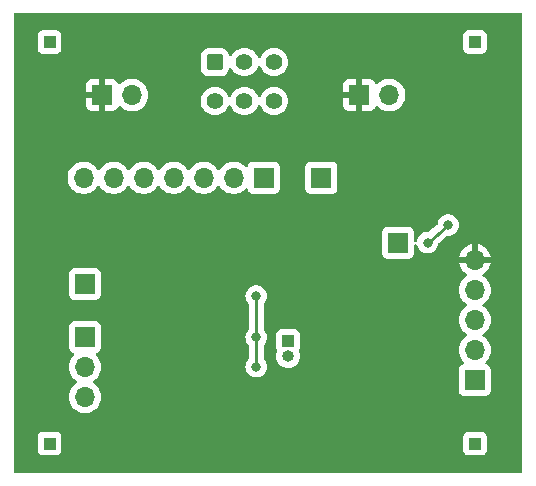
<source format=gbr>
G04 #@! TF.GenerationSoftware,KiCad,Pcbnew,8.0.02-1-dev-30dbafaf7c*
G04 #@! TF.CreationDate,2024-03-27T19:33:34-07:00*
G04 #@! TF.ProjectId,adpd1080_breakoutboard,61647064-3130-4383-905f-627265616b6f,rev?*
G04 #@! TF.SameCoordinates,Original*
G04 #@! TF.FileFunction,Copper,L2,Bot*
G04 #@! TF.FilePolarity,Positive*
%FSLAX46Y46*%
G04 Gerber Fmt 4.6, Leading zero omitted, Abs format (unit mm)*
G04 Created by KiCad (PCBNEW 8.0.02-1-dev-30dbafaf7c) date 2024-03-27 19:33:34*
%MOMM*%
%LPD*%
G01*
G04 APERTURE LIST*
G04 Aperture macros list*
%AMRoundRect*
0 Rectangle with rounded corners*
0 $1 Rounding radius*
0 $2 $3 $4 $5 $6 $7 $8 $9 X,Y pos of 4 corners*
0 Add a 4 corners polygon primitive as box body*
4,1,4,$2,$3,$4,$5,$6,$7,$8,$9,$2,$3,0*
0 Add four circle primitives for the rounded corners*
1,1,$1+$1,$2,$3*
1,1,$1+$1,$4,$5*
1,1,$1+$1,$6,$7*
1,1,$1+$1,$8,$9*
0 Add four rect primitives between the rounded corners*
20,1,$1+$1,$2,$3,$4,$5,0*
20,1,$1+$1,$4,$5,$6,$7,0*
20,1,$1+$1,$6,$7,$8,$9,0*
20,1,$1+$1,$8,$9,$2,$3,0*%
G04 Aperture macros list end*
G04 #@! TA.AperFunction,ComponentPad*
%ADD10R,1.700000X1.700000*%
G04 #@! TD*
G04 #@! TA.AperFunction,ComponentPad*
%ADD11R,1.000000X1.000000*%
G04 #@! TD*
G04 #@! TA.AperFunction,ComponentPad*
%ADD12O,1.700000X1.700000*%
G04 #@! TD*
G04 #@! TA.AperFunction,ComponentPad*
%ADD13RoundRect,0.250000X-0.450000X-0.450000X0.450000X-0.450000X0.450000X0.450000X-0.450000X0.450000X0*%
G04 #@! TD*
G04 #@! TA.AperFunction,ComponentPad*
%ADD14C,1.400000*%
G04 #@! TD*
G04 #@! TA.AperFunction,ComponentPad*
%ADD15O,1.000000X1.000000*%
G04 #@! TD*
G04 #@! TA.AperFunction,ViaPad*
%ADD16C,0.800000*%
G04 #@! TD*
G04 #@! TA.AperFunction,Conductor*
%ADD17C,0.250000*%
G04 #@! TD*
G04 APERTURE END LIST*
D10*
X52500000Y-39500000D03*
D11*
X59000000Y-22500000D03*
D10*
X59000000Y-51120000D03*
D12*
X59000000Y-48580000D03*
X59000000Y-46040000D03*
X59000000Y-43500000D03*
X59000000Y-40960000D03*
D10*
X46000000Y-34000000D03*
D13*
X37000000Y-24200000D03*
D14*
X39500000Y-24200000D03*
X42000000Y-24200000D03*
X42000000Y-27500000D03*
X39500000Y-27500000D03*
X37000000Y-27500000D03*
D10*
X26000000Y-47475000D03*
D12*
X26000000Y-50015000D03*
X26000000Y-52555000D03*
D10*
X41125000Y-34000000D03*
D12*
X38585000Y-34000000D03*
X36045000Y-34000000D03*
X33505000Y-34000000D03*
X30965000Y-34000000D03*
X28425000Y-34000000D03*
X25885000Y-34000000D03*
D11*
X23000000Y-56500000D03*
X59000000Y-56500000D03*
D10*
X26000000Y-43000000D03*
X49225000Y-27000000D03*
D12*
X51765000Y-27000000D03*
D11*
X23000000Y-22500000D03*
X43200000Y-47830000D03*
D15*
X43200000Y-49100000D03*
D10*
X27450000Y-27000000D03*
D12*
X29990000Y-27000000D03*
D16*
X56500000Y-31250000D03*
X43500000Y-40700000D03*
X43000000Y-51000000D03*
X54500000Y-53000000D03*
X35300000Y-48800000D03*
X45200000Y-44000000D03*
X56500000Y-25500000D03*
X50750000Y-35000000D03*
X53000000Y-30250000D03*
X56500000Y-28500000D03*
X39200000Y-43500000D03*
X55000000Y-39500000D03*
X56750000Y-38000000D03*
X40500000Y-47500000D03*
X40500000Y-44000000D03*
X40500000Y-50000000D03*
D17*
X56750000Y-38000000D02*
X55000000Y-39500000D01*
X40500000Y-44000000D02*
X40500000Y-47500000D01*
X40500000Y-50000000D02*
X40500000Y-47500000D01*
G04 #@! TA.AperFunction,Conductor*
G36*
X62931621Y-20030502D02*
G01*
X62978114Y-20084158D01*
X62989500Y-20136500D01*
X62989500Y-58863500D01*
X62969498Y-58931621D01*
X62915842Y-58978114D01*
X62863500Y-58989500D01*
X20136500Y-58989500D01*
X20068379Y-58969498D01*
X20021886Y-58915842D01*
X20010500Y-58863500D01*
X20010500Y-57048649D01*
X21991500Y-57048649D01*
X21998009Y-57109196D01*
X21998011Y-57109204D01*
X22049110Y-57246202D01*
X22049112Y-57246207D01*
X22136738Y-57363261D01*
X22253792Y-57450887D01*
X22253794Y-57450888D01*
X22253796Y-57450889D01*
X22312875Y-57472924D01*
X22390795Y-57501988D01*
X22390803Y-57501990D01*
X22451350Y-57508499D01*
X22451355Y-57508499D01*
X22451362Y-57508500D01*
X22451368Y-57508500D01*
X23548632Y-57508500D01*
X23548638Y-57508500D01*
X23548645Y-57508499D01*
X23548649Y-57508499D01*
X23609196Y-57501990D01*
X23609199Y-57501989D01*
X23609201Y-57501989D01*
X23746204Y-57450889D01*
X23863261Y-57363261D01*
X23950889Y-57246204D01*
X24001989Y-57109201D01*
X24008499Y-57048649D01*
X57991500Y-57048649D01*
X57998009Y-57109196D01*
X57998011Y-57109204D01*
X58049110Y-57246202D01*
X58049112Y-57246207D01*
X58136738Y-57363261D01*
X58253792Y-57450887D01*
X58253794Y-57450888D01*
X58253796Y-57450889D01*
X58312875Y-57472924D01*
X58390795Y-57501988D01*
X58390803Y-57501990D01*
X58451350Y-57508499D01*
X58451355Y-57508499D01*
X58451362Y-57508500D01*
X58451368Y-57508500D01*
X59548632Y-57508500D01*
X59548638Y-57508500D01*
X59548645Y-57508499D01*
X59548649Y-57508499D01*
X59609196Y-57501990D01*
X59609199Y-57501989D01*
X59609201Y-57501989D01*
X59746204Y-57450889D01*
X59863261Y-57363261D01*
X59950889Y-57246204D01*
X60001989Y-57109201D01*
X60008500Y-57048638D01*
X60008500Y-55951362D01*
X60008499Y-55951350D01*
X60001990Y-55890803D01*
X60001988Y-55890795D01*
X59950889Y-55753797D01*
X59950887Y-55753792D01*
X59863261Y-55636738D01*
X59746207Y-55549112D01*
X59746202Y-55549110D01*
X59609204Y-55498011D01*
X59609196Y-55498009D01*
X59548649Y-55491500D01*
X59548638Y-55491500D01*
X58451362Y-55491500D01*
X58451350Y-55491500D01*
X58390803Y-55498009D01*
X58390795Y-55498011D01*
X58253797Y-55549110D01*
X58253792Y-55549112D01*
X58136738Y-55636738D01*
X58049112Y-55753792D01*
X58049110Y-55753797D01*
X57998011Y-55890795D01*
X57998009Y-55890803D01*
X57991500Y-55951350D01*
X57991500Y-57048649D01*
X24008499Y-57048649D01*
X24008500Y-57048638D01*
X24008500Y-55951362D01*
X24008499Y-55951350D01*
X24001990Y-55890803D01*
X24001988Y-55890795D01*
X23950889Y-55753797D01*
X23950887Y-55753792D01*
X23863261Y-55636738D01*
X23746207Y-55549112D01*
X23746202Y-55549110D01*
X23609204Y-55498011D01*
X23609196Y-55498009D01*
X23548649Y-55491500D01*
X23548638Y-55491500D01*
X22451362Y-55491500D01*
X22451350Y-55491500D01*
X22390803Y-55498009D01*
X22390795Y-55498011D01*
X22253797Y-55549110D01*
X22253792Y-55549112D01*
X22136738Y-55636738D01*
X22049112Y-55753792D01*
X22049110Y-55753797D01*
X21998011Y-55890795D01*
X21998009Y-55890803D01*
X21991500Y-55951350D01*
X21991500Y-57048649D01*
X20010500Y-57048649D01*
X20010500Y-52555000D01*
X24636844Y-52555000D01*
X24655437Y-52779375D01*
X24710702Y-52997612D01*
X24710703Y-52997613D01*
X24801141Y-53203793D01*
X24924275Y-53392265D01*
X24924279Y-53392270D01*
X25076762Y-53557908D01*
X25131331Y-53600381D01*
X25254424Y-53696189D01*
X25452426Y-53803342D01*
X25452427Y-53803342D01*
X25452428Y-53803343D01*
X25564227Y-53841723D01*
X25665365Y-53876444D01*
X25887431Y-53913500D01*
X25887435Y-53913500D01*
X26112565Y-53913500D01*
X26112569Y-53913500D01*
X26334635Y-53876444D01*
X26547574Y-53803342D01*
X26745576Y-53696189D01*
X26923240Y-53557906D01*
X27075722Y-53392268D01*
X27198860Y-53203791D01*
X27289296Y-52997616D01*
X27344564Y-52779368D01*
X27363156Y-52555000D01*
X27344564Y-52330632D01*
X27289296Y-52112384D01*
X27198860Y-51906209D01*
X27192140Y-51895924D01*
X27075724Y-51717734D01*
X27075720Y-51717729D01*
X26923237Y-51552091D01*
X26841382Y-51488381D01*
X26745576Y-51413811D01*
X26712319Y-51395813D01*
X26661929Y-51345802D01*
X26646576Y-51276485D01*
X26671136Y-51209872D01*
X26712320Y-51174186D01*
X26745576Y-51156189D01*
X26923240Y-51017906D01*
X27075722Y-50852268D01*
X27198860Y-50663791D01*
X27289296Y-50457616D01*
X27344564Y-50239368D01*
X27363156Y-50015000D01*
X27361913Y-50000000D01*
X39586496Y-50000000D01*
X39606457Y-50189927D01*
X39616673Y-50221367D01*
X39665473Y-50371556D01*
X39665476Y-50371561D01*
X39760958Y-50536941D01*
X39760965Y-50536951D01*
X39888744Y-50678864D01*
X39888747Y-50678866D01*
X40043248Y-50791118D01*
X40217712Y-50868794D01*
X40404513Y-50908500D01*
X40595487Y-50908500D01*
X40782288Y-50868794D01*
X40956752Y-50791118D01*
X41111253Y-50678866D01*
X41239040Y-50536944D01*
X41334527Y-50371556D01*
X41393542Y-50189928D01*
X41413504Y-50000000D01*
X41393542Y-49810072D01*
X41334527Y-49628444D01*
X41239040Y-49463056D01*
X41165863Y-49381784D01*
X41135146Y-49317776D01*
X41133500Y-49297474D01*
X41133500Y-49100003D01*
X42186620Y-49100003D01*
X42206090Y-49297694D01*
X42206091Y-49297700D01*
X42206092Y-49297701D01*
X42263759Y-49487804D01*
X42357405Y-49663004D01*
X42483432Y-49816568D01*
X42636996Y-49942595D01*
X42812196Y-50036241D01*
X43002299Y-50093908D01*
X43002303Y-50093908D01*
X43002305Y-50093909D01*
X43199997Y-50113380D01*
X43200000Y-50113380D01*
X43200003Y-50113380D01*
X43397694Y-50093909D01*
X43397695Y-50093908D01*
X43397701Y-50093908D01*
X43587804Y-50036241D01*
X43763004Y-49942595D01*
X43916568Y-49816568D01*
X44042595Y-49663004D01*
X44136241Y-49487804D01*
X44193908Y-49297701D01*
X44193931Y-49297474D01*
X44213380Y-49100003D01*
X44213380Y-49099996D01*
X44193909Y-48902305D01*
X44193908Y-48902303D01*
X44193908Y-48902299D01*
X44136241Y-48712196D01*
X44136240Y-48712194D01*
X44133873Y-48706479D01*
X44135797Y-48705681D01*
X44123259Y-48645494D01*
X44147985Y-48580082D01*
X44148046Y-48580000D01*
X57636844Y-48580000D01*
X57647798Y-48712196D01*
X57655437Y-48804375D01*
X57710702Y-49022612D01*
X57710703Y-49022613D01*
X57710704Y-49022616D01*
X57744649Y-49100003D01*
X57801141Y-49228793D01*
X57924275Y-49417265D01*
X57924280Y-49417270D01*
X58067475Y-49572820D01*
X58098896Y-49636485D01*
X58090909Y-49707031D01*
X58046051Y-49762060D01*
X58018807Y-49776213D01*
X57903797Y-49819110D01*
X57903792Y-49819112D01*
X57786738Y-49906738D01*
X57699112Y-50023792D01*
X57699110Y-50023797D01*
X57648011Y-50160795D01*
X57648009Y-50160803D01*
X57641500Y-50221350D01*
X57641500Y-52018649D01*
X57648009Y-52079196D01*
X57648011Y-52079204D01*
X57699110Y-52216202D01*
X57699112Y-52216207D01*
X57786738Y-52333261D01*
X57903792Y-52420887D01*
X57903794Y-52420888D01*
X57903796Y-52420889D01*
X57962875Y-52442924D01*
X58040795Y-52471988D01*
X58040803Y-52471990D01*
X58101350Y-52478499D01*
X58101355Y-52478499D01*
X58101362Y-52478500D01*
X58101368Y-52478500D01*
X59898632Y-52478500D01*
X59898638Y-52478500D01*
X59898645Y-52478499D01*
X59898649Y-52478499D01*
X59959196Y-52471990D01*
X59959199Y-52471989D01*
X59959201Y-52471989D01*
X60096204Y-52420889D01*
X60213261Y-52333261D01*
X60300889Y-52216204D01*
X60351989Y-52079201D01*
X60358500Y-52018638D01*
X60358500Y-50221362D01*
X60355121Y-50189928D01*
X60351990Y-50160803D01*
X60351988Y-50160795D01*
X60322924Y-50082875D01*
X60300889Y-50023796D01*
X60300888Y-50023794D01*
X60300887Y-50023792D01*
X60213261Y-49906738D01*
X60096207Y-49819112D01*
X60096203Y-49819110D01*
X59981192Y-49776213D01*
X59924356Y-49733667D01*
X59899546Y-49667146D01*
X59914638Y-49597772D01*
X59932525Y-49572820D01*
X60075714Y-49417277D01*
X60075724Y-49417265D01*
X60109082Y-49366206D01*
X60198860Y-49228791D01*
X60289296Y-49022616D01*
X60344564Y-48804368D01*
X60363156Y-48580000D01*
X60344564Y-48355632D01*
X60289296Y-48137384D01*
X60198860Y-47931209D01*
X60159887Y-47871556D01*
X60075724Y-47742734D01*
X60075720Y-47742729D01*
X59923237Y-47577091D01*
X59824191Y-47500000D01*
X59745576Y-47438811D01*
X59712319Y-47420813D01*
X59661929Y-47370802D01*
X59646576Y-47301485D01*
X59671136Y-47234872D01*
X59712320Y-47199186D01*
X59745576Y-47181189D01*
X59923240Y-47042906D01*
X60075722Y-46877268D01*
X60198860Y-46688791D01*
X60289296Y-46482616D01*
X60344564Y-46264368D01*
X60363156Y-46040000D01*
X60344564Y-45815632D01*
X60289296Y-45597384D01*
X60198860Y-45391209D01*
X60192140Y-45380924D01*
X60075724Y-45202734D01*
X60075720Y-45202729D01*
X59923237Y-45037091D01*
X59841382Y-44973381D01*
X59745576Y-44898811D01*
X59712319Y-44880813D01*
X59661929Y-44830802D01*
X59646576Y-44761485D01*
X59671136Y-44694872D01*
X59712320Y-44659186D01*
X59721611Y-44654158D01*
X59745576Y-44641189D01*
X59923240Y-44502906D01*
X60075722Y-44337268D01*
X60198860Y-44148791D01*
X60289296Y-43942616D01*
X60344564Y-43724368D01*
X60363156Y-43500000D01*
X60344564Y-43275632D01*
X60307990Y-43131206D01*
X60289297Y-43057387D01*
X60289296Y-43057386D01*
X60289296Y-43057384D01*
X60198860Y-42851209D01*
X60192140Y-42840924D01*
X60075724Y-42662734D01*
X60075720Y-42662729D01*
X59923237Y-42497091D01*
X59841382Y-42433381D01*
X59745576Y-42358811D01*
X59711792Y-42340528D01*
X59661402Y-42290516D01*
X59646050Y-42221199D01*
X59670610Y-42154586D01*
X59711793Y-42118901D01*
X59745300Y-42100767D01*
X59745301Y-42100767D01*
X59922902Y-41962534D01*
X60075325Y-41796958D01*
X60198419Y-41608548D01*
X60288820Y-41402456D01*
X60288823Y-41402449D01*
X60336544Y-41214000D01*
X59430703Y-41214000D01*
X59465925Y-41152993D01*
X59500000Y-41025826D01*
X59500000Y-40894174D01*
X59465925Y-40767007D01*
X59430703Y-40706000D01*
X60336544Y-40706000D01*
X60336544Y-40705999D01*
X60288823Y-40517550D01*
X60288820Y-40517543D01*
X60198419Y-40311451D01*
X60075325Y-40123041D01*
X59922902Y-39957465D01*
X59745301Y-39819232D01*
X59745300Y-39819231D01*
X59547371Y-39712117D01*
X59547369Y-39712116D01*
X59334512Y-39639043D01*
X59334501Y-39639040D01*
X59254000Y-39625606D01*
X59254000Y-40529297D01*
X59192993Y-40494075D01*
X59065826Y-40460000D01*
X58934174Y-40460000D01*
X58807007Y-40494075D01*
X58746000Y-40529297D01*
X58746000Y-39625607D01*
X58745999Y-39625606D01*
X58665498Y-39639040D01*
X58665487Y-39639043D01*
X58452630Y-39712116D01*
X58452628Y-39712117D01*
X58254699Y-39819231D01*
X58254698Y-39819232D01*
X58077097Y-39957465D01*
X57924674Y-40123041D01*
X57801580Y-40311451D01*
X57711179Y-40517543D01*
X57711176Y-40517550D01*
X57663455Y-40705999D01*
X57663456Y-40706000D01*
X58569297Y-40706000D01*
X58534075Y-40767007D01*
X58500000Y-40894174D01*
X58500000Y-41025826D01*
X58534075Y-41152993D01*
X58569297Y-41214000D01*
X57663455Y-41214000D01*
X57711176Y-41402449D01*
X57711179Y-41402456D01*
X57801580Y-41608548D01*
X57924674Y-41796958D01*
X58077097Y-41962534D01*
X58254698Y-42100767D01*
X58254704Y-42100771D01*
X58288207Y-42118902D01*
X58338597Y-42168915D01*
X58353949Y-42238232D01*
X58329388Y-42304845D01*
X58288207Y-42340528D01*
X58254430Y-42358807D01*
X58254424Y-42358811D01*
X58076762Y-42497091D01*
X57924279Y-42662729D01*
X57924275Y-42662734D01*
X57801141Y-42851206D01*
X57710703Y-43057386D01*
X57710702Y-43057387D01*
X57655437Y-43275624D01*
X57655436Y-43275630D01*
X57655436Y-43275632D01*
X57636844Y-43500000D01*
X57647487Y-43628445D01*
X57655437Y-43724375D01*
X57710702Y-43942612D01*
X57710703Y-43942613D01*
X57710704Y-43942616D01*
X57778075Y-44096207D01*
X57801141Y-44148793D01*
X57924275Y-44337265D01*
X57924279Y-44337270D01*
X58076762Y-44502908D01*
X58120493Y-44536945D01*
X58254424Y-44641189D01*
X58287680Y-44659186D01*
X58338071Y-44709200D01*
X58353423Y-44778516D01*
X58328862Y-44845129D01*
X58287680Y-44880813D01*
X58254426Y-44898810D01*
X58254424Y-44898811D01*
X58076762Y-45037091D01*
X57924279Y-45202729D01*
X57924275Y-45202734D01*
X57801141Y-45391206D01*
X57710703Y-45597386D01*
X57710702Y-45597387D01*
X57655437Y-45815624D01*
X57655436Y-45815630D01*
X57655436Y-45815632D01*
X57636844Y-46040000D01*
X57655218Y-46261739D01*
X57655437Y-46264375D01*
X57710702Y-46482612D01*
X57710703Y-46482613D01*
X57710704Y-46482616D01*
X57751827Y-46576367D01*
X57801141Y-46688793D01*
X57924275Y-46877265D01*
X57924279Y-46877270D01*
X58076762Y-47042908D01*
X58129290Y-47083792D01*
X58254424Y-47181189D01*
X58287680Y-47199186D01*
X58338071Y-47249200D01*
X58353423Y-47318516D01*
X58328862Y-47385129D01*
X58287680Y-47420813D01*
X58254426Y-47438810D01*
X58254424Y-47438811D01*
X58076762Y-47577091D01*
X57924279Y-47742729D01*
X57924275Y-47742734D01*
X57801141Y-47931206D01*
X57710703Y-48137386D01*
X57710702Y-48137387D01*
X57655437Y-48355624D01*
X57655436Y-48355630D01*
X57655436Y-48355632D01*
X57636844Y-48580000D01*
X44148046Y-48580000D01*
X44150889Y-48576204D01*
X44201989Y-48439201D01*
X44202527Y-48434204D01*
X44208499Y-48378649D01*
X44208500Y-48378632D01*
X44208500Y-47281367D01*
X44208499Y-47281350D01*
X44201990Y-47220803D01*
X44201988Y-47220795D01*
X44150889Y-47083797D01*
X44150887Y-47083792D01*
X44063261Y-46966738D01*
X43946207Y-46879112D01*
X43946202Y-46879110D01*
X43809204Y-46828011D01*
X43809196Y-46828009D01*
X43748649Y-46821500D01*
X43748638Y-46821500D01*
X42651362Y-46821500D01*
X42651350Y-46821500D01*
X42590803Y-46828009D01*
X42590795Y-46828011D01*
X42453797Y-46879110D01*
X42453792Y-46879112D01*
X42336738Y-46966738D01*
X42249112Y-47083792D01*
X42249110Y-47083797D01*
X42198011Y-47220795D01*
X42198009Y-47220803D01*
X42191500Y-47281350D01*
X42191500Y-48378649D01*
X42198009Y-48439196D01*
X42198011Y-48439204D01*
X42249110Y-48576202D01*
X42249112Y-48576206D01*
X42252015Y-48580084D01*
X42276824Y-48646605D01*
X42264248Y-48705706D01*
X42266126Y-48706484D01*
X42263757Y-48712202D01*
X42206090Y-48902305D01*
X42186620Y-49099996D01*
X42186620Y-49100003D01*
X41133500Y-49100003D01*
X41133500Y-48202524D01*
X41153502Y-48134403D01*
X41165858Y-48118220D01*
X41239040Y-48036944D01*
X41334527Y-47871556D01*
X41393542Y-47689928D01*
X41413504Y-47500000D01*
X41393542Y-47310072D01*
X41334527Y-47128444D01*
X41270869Y-47018185D01*
X41239042Y-46963059D01*
X41239041Y-46963058D01*
X41239040Y-46963056D01*
X41165863Y-46881784D01*
X41135146Y-46817776D01*
X41133500Y-46797474D01*
X41133500Y-44702524D01*
X41153502Y-44634403D01*
X41165858Y-44618220D01*
X41239040Y-44536944D01*
X41334527Y-44371556D01*
X41393542Y-44189928D01*
X41413504Y-44000000D01*
X41393542Y-43810072D01*
X41334527Y-43628444D01*
X41239040Y-43463056D01*
X41239038Y-43463054D01*
X41239034Y-43463048D01*
X41111255Y-43321135D01*
X40956752Y-43208882D01*
X40782288Y-43131206D01*
X40595487Y-43091500D01*
X40404513Y-43091500D01*
X40217711Y-43131206D01*
X40043247Y-43208882D01*
X39888744Y-43321135D01*
X39760965Y-43463048D01*
X39760958Y-43463058D01*
X39665476Y-43628438D01*
X39665473Y-43628445D01*
X39606457Y-43810072D01*
X39586496Y-44000000D01*
X39606457Y-44189927D01*
X39614039Y-44213261D01*
X39665473Y-44371556D01*
X39760960Y-44536944D01*
X39834137Y-44618215D01*
X39864853Y-44682220D01*
X39866500Y-44702524D01*
X39866500Y-46797474D01*
X39846498Y-46865595D01*
X39834137Y-46881784D01*
X39760957Y-46963059D01*
X39665476Y-47128438D01*
X39665473Y-47128445D01*
X39606457Y-47310072D01*
X39586496Y-47500000D01*
X39606457Y-47689927D01*
X39623614Y-47742729D01*
X39665473Y-47871556D01*
X39760960Y-48036944D01*
X39834137Y-48118215D01*
X39864853Y-48182220D01*
X39866500Y-48202524D01*
X39866500Y-49297474D01*
X39846498Y-49365595D01*
X39834137Y-49381784D01*
X39760957Y-49463059D01*
X39665476Y-49628438D01*
X39665473Y-49628444D01*
X39654244Y-49663004D01*
X39606457Y-49810072D01*
X39586496Y-50000000D01*
X27361913Y-50000000D01*
X27344564Y-49790632D01*
X27337187Y-49761500D01*
X27289297Y-49572387D01*
X27289296Y-49572386D01*
X27289296Y-49572384D01*
X27198860Y-49366209D01*
X27109082Y-49228793D01*
X27075724Y-49177734D01*
X27075719Y-49177729D01*
X26932524Y-49022179D01*
X26901103Y-48958514D01*
X26909090Y-48887968D01*
X26953948Y-48832939D01*
X26981183Y-48818789D01*
X27096204Y-48775889D01*
X27213261Y-48688261D01*
X27246192Y-48644271D01*
X27300887Y-48571207D01*
X27300887Y-48571206D01*
X27300889Y-48571204D01*
X27351989Y-48434201D01*
X27357963Y-48378638D01*
X27358499Y-48373649D01*
X27358500Y-48373632D01*
X27358500Y-46576367D01*
X27358499Y-46576350D01*
X27351990Y-46515803D01*
X27351988Y-46515795D01*
X27300889Y-46378797D01*
X27300887Y-46378792D01*
X27213261Y-46261738D01*
X27096207Y-46174112D01*
X27096202Y-46174110D01*
X26959204Y-46123011D01*
X26959196Y-46123009D01*
X26898649Y-46116500D01*
X26898638Y-46116500D01*
X25101362Y-46116500D01*
X25101350Y-46116500D01*
X25040803Y-46123009D01*
X25040795Y-46123011D01*
X24903797Y-46174110D01*
X24903792Y-46174112D01*
X24786738Y-46261738D01*
X24699112Y-46378792D01*
X24699110Y-46378797D01*
X24648011Y-46515795D01*
X24648009Y-46515803D01*
X24641500Y-46576350D01*
X24641500Y-48373649D01*
X24648009Y-48434196D01*
X24648011Y-48434204D01*
X24699110Y-48571202D01*
X24699112Y-48571207D01*
X24786738Y-48688261D01*
X24903791Y-48775886D01*
X24903792Y-48775886D01*
X24903796Y-48775889D01*
X25018810Y-48818787D01*
X25075642Y-48861332D01*
X25100453Y-48927852D01*
X25085362Y-48997226D01*
X25067475Y-49022179D01*
X24924280Y-49177729D01*
X24924275Y-49177734D01*
X24801141Y-49366206D01*
X24710703Y-49572386D01*
X24710702Y-49572387D01*
X24655437Y-49790624D01*
X24655436Y-49790630D01*
X24655436Y-49790632D01*
X24636844Y-50015000D01*
X24653944Y-50221367D01*
X24655437Y-50239375D01*
X24710702Y-50457612D01*
X24710703Y-50457613D01*
X24710704Y-50457616D01*
X24801140Y-50663791D01*
X24801141Y-50663793D01*
X24924275Y-50852265D01*
X24924279Y-50852270D01*
X25076762Y-51017908D01*
X25131331Y-51060381D01*
X25254424Y-51156189D01*
X25287680Y-51174186D01*
X25338071Y-51224200D01*
X25353423Y-51293516D01*
X25328862Y-51360129D01*
X25287680Y-51395813D01*
X25254426Y-51413810D01*
X25254424Y-51413811D01*
X25076762Y-51552091D01*
X24924279Y-51717729D01*
X24924275Y-51717734D01*
X24801141Y-51906206D01*
X24710703Y-52112386D01*
X24710702Y-52112387D01*
X24655437Y-52330624D01*
X24636844Y-52555000D01*
X20010500Y-52555000D01*
X20010500Y-43898649D01*
X24641500Y-43898649D01*
X24648009Y-43959196D01*
X24648011Y-43959204D01*
X24699110Y-44096202D01*
X24699112Y-44096207D01*
X24786738Y-44213261D01*
X24903792Y-44300887D01*
X24903794Y-44300888D01*
X24903796Y-44300889D01*
X24962875Y-44322924D01*
X25040795Y-44351988D01*
X25040803Y-44351990D01*
X25101350Y-44358499D01*
X25101355Y-44358499D01*
X25101362Y-44358500D01*
X25101368Y-44358500D01*
X26898632Y-44358500D01*
X26898638Y-44358500D01*
X26898645Y-44358499D01*
X26898649Y-44358499D01*
X26959196Y-44351990D01*
X26959199Y-44351989D01*
X26959201Y-44351989D01*
X27096204Y-44300889D01*
X27213261Y-44213261D01*
X27300889Y-44096204D01*
X27351989Y-43959201D01*
X27353773Y-43942613D01*
X27358499Y-43898649D01*
X27358500Y-43898632D01*
X27358500Y-42101367D01*
X27358499Y-42101350D01*
X27351990Y-42040803D01*
X27351988Y-42040795D01*
X27300889Y-41903797D01*
X27300887Y-41903792D01*
X27213261Y-41786738D01*
X27096207Y-41699112D01*
X27096202Y-41699110D01*
X26959204Y-41648011D01*
X26959196Y-41648009D01*
X26898649Y-41641500D01*
X26898638Y-41641500D01*
X25101362Y-41641500D01*
X25101350Y-41641500D01*
X25040803Y-41648009D01*
X25040795Y-41648011D01*
X24903797Y-41699110D01*
X24903792Y-41699112D01*
X24786738Y-41786738D01*
X24699112Y-41903792D01*
X24699110Y-41903797D01*
X24648011Y-42040795D01*
X24648009Y-42040803D01*
X24641500Y-42101350D01*
X24641500Y-43898649D01*
X20010500Y-43898649D01*
X20010500Y-40398649D01*
X51141500Y-40398649D01*
X51148009Y-40459196D01*
X51148011Y-40459204D01*
X51199110Y-40596202D01*
X51199112Y-40596207D01*
X51286738Y-40713261D01*
X51403792Y-40800887D01*
X51403794Y-40800888D01*
X51403796Y-40800889D01*
X51462875Y-40822924D01*
X51540795Y-40851988D01*
X51540803Y-40851990D01*
X51601350Y-40858499D01*
X51601355Y-40858499D01*
X51601362Y-40858500D01*
X51601368Y-40858500D01*
X53398632Y-40858500D01*
X53398638Y-40858500D01*
X53398645Y-40858499D01*
X53398649Y-40858499D01*
X53459196Y-40851990D01*
X53459199Y-40851989D01*
X53459201Y-40851989D01*
X53596204Y-40800889D01*
X53713261Y-40713261D01*
X53800889Y-40596204D01*
X53851989Y-40459201D01*
X53858500Y-40398638D01*
X53858500Y-39722188D01*
X53878502Y-39654067D01*
X53932158Y-39607574D01*
X54002432Y-39597470D01*
X54067012Y-39626964D01*
X54103609Y-39683909D01*
X54104417Y-39683647D01*
X54106458Y-39689928D01*
X54165473Y-39871556D01*
X54165476Y-39871561D01*
X54260958Y-40036941D01*
X54260965Y-40036951D01*
X54388744Y-40178864D01*
X54388747Y-40178866D01*
X54543248Y-40291118D01*
X54717712Y-40368794D01*
X54904513Y-40408500D01*
X55095487Y-40408500D01*
X55282288Y-40368794D01*
X55456752Y-40291118D01*
X55611253Y-40178866D01*
X55739040Y-40036944D01*
X55834527Y-39871556D01*
X55893542Y-39689928D01*
X55902329Y-39606316D01*
X55929341Y-39540660D01*
X55945636Y-39523822D01*
X56628124Y-38938833D01*
X56692863Y-38909688D01*
X56710124Y-38908500D01*
X56845487Y-38908500D01*
X57032288Y-38868794D01*
X57206752Y-38791118D01*
X57361253Y-38678866D01*
X57404166Y-38631206D01*
X57489034Y-38536951D01*
X57489035Y-38536949D01*
X57489040Y-38536944D01*
X57584527Y-38371556D01*
X57643542Y-38189928D01*
X57663504Y-38000000D01*
X57643542Y-37810072D01*
X57584527Y-37628444D01*
X57489040Y-37463056D01*
X57489038Y-37463054D01*
X57489034Y-37463048D01*
X57361255Y-37321135D01*
X57206752Y-37208882D01*
X57032288Y-37131206D01*
X56845487Y-37091500D01*
X56654513Y-37091500D01*
X56467711Y-37131206D01*
X56293247Y-37208882D01*
X56138744Y-37321135D01*
X56010965Y-37463048D01*
X56010958Y-37463058D01*
X55915476Y-37628438D01*
X55915473Y-37628445D01*
X55856457Y-37810072D01*
X55847669Y-37893685D01*
X55820655Y-37959341D01*
X55804359Y-37976179D01*
X55243992Y-38456495D01*
X55145634Y-38540803D01*
X55121877Y-38561166D01*
X55057139Y-38590312D01*
X55039877Y-38591500D01*
X54904513Y-38591500D01*
X54717711Y-38631206D01*
X54543247Y-38708882D01*
X54388744Y-38821135D01*
X54260965Y-38963048D01*
X54260958Y-38963058D01*
X54165476Y-39128438D01*
X54165473Y-39128445D01*
X54104417Y-39316353D01*
X54101581Y-39315431D01*
X54074010Y-39366490D01*
X54011857Y-39400805D01*
X53941018Y-39396071D01*
X53883985Y-39353789D01*
X53858864Y-39287386D01*
X53858500Y-39277811D01*
X53858500Y-38601367D01*
X53858499Y-38601350D01*
X53851990Y-38540803D01*
X53851988Y-38540795D01*
X53800889Y-38403797D01*
X53800887Y-38403792D01*
X53713261Y-38286738D01*
X53596207Y-38199112D01*
X53596202Y-38199110D01*
X53459204Y-38148011D01*
X53459196Y-38148009D01*
X53398649Y-38141500D01*
X53398638Y-38141500D01*
X51601362Y-38141500D01*
X51601350Y-38141500D01*
X51540803Y-38148009D01*
X51540795Y-38148011D01*
X51403797Y-38199110D01*
X51403792Y-38199112D01*
X51286738Y-38286738D01*
X51199112Y-38403792D01*
X51199110Y-38403797D01*
X51148011Y-38540795D01*
X51148009Y-38540803D01*
X51141500Y-38601350D01*
X51141500Y-40398649D01*
X20010500Y-40398649D01*
X20010500Y-34000000D01*
X24521844Y-34000000D01*
X24540437Y-34224375D01*
X24595702Y-34442612D01*
X24595703Y-34442613D01*
X24686141Y-34648793D01*
X24809275Y-34837265D01*
X24809279Y-34837270D01*
X24961762Y-35002908D01*
X25016331Y-35045381D01*
X25139424Y-35141189D01*
X25337426Y-35248342D01*
X25337427Y-35248342D01*
X25337428Y-35248343D01*
X25449227Y-35286723D01*
X25550365Y-35321444D01*
X25772431Y-35358500D01*
X25772435Y-35358500D01*
X25997565Y-35358500D01*
X25997569Y-35358500D01*
X26219635Y-35321444D01*
X26432574Y-35248342D01*
X26630576Y-35141189D01*
X26808240Y-35002906D01*
X26960722Y-34837268D01*
X27049518Y-34701354D01*
X27103520Y-34655268D01*
X27173868Y-34645692D01*
X27238225Y-34675669D01*
X27260480Y-34701353D01*
X27293607Y-34752058D01*
X27349275Y-34837265D01*
X27349279Y-34837270D01*
X27501762Y-35002908D01*
X27556331Y-35045381D01*
X27679424Y-35141189D01*
X27877426Y-35248342D01*
X27877427Y-35248342D01*
X27877428Y-35248343D01*
X27989227Y-35286723D01*
X28090365Y-35321444D01*
X28312431Y-35358500D01*
X28312435Y-35358500D01*
X28537565Y-35358500D01*
X28537569Y-35358500D01*
X28759635Y-35321444D01*
X28972574Y-35248342D01*
X29170576Y-35141189D01*
X29348240Y-35002906D01*
X29500722Y-34837268D01*
X29589518Y-34701354D01*
X29643520Y-34655268D01*
X29713868Y-34645692D01*
X29778225Y-34675669D01*
X29800480Y-34701353D01*
X29833607Y-34752058D01*
X29889275Y-34837265D01*
X29889279Y-34837270D01*
X30041762Y-35002908D01*
X30096331Y-35045381D01*
X30219424Y-35141189D01*
X30417426Y-35248342D01*
X30417427Y-35248342D01*
X30417428Y-35248343D01*
X30529227Y-35286723D01*
X30630365Y-35321444D01*
X30852431Y-35358500D01*
X30852435Y-35358500D01*
X31077565Y-35358500D01*
X31077569Y-35358500D01*
X31299635Y-35321444D01*
X31512574Y-35248342D01*
X31710576Y-35141189D01*
X31888240Y-35002906D01*
X32040722Y-34837268D01*
X32129518Y-34701354D01*
X32183520Y-34655268D01*
X32253868Y-34645692D01*
X32318225Y-34675669D01*
X32340480Y-34701353D01*
X32373607Y-34752058D01*
X32429275Y-34837265D01*
X32429279Y-34837270D01*
X32581762Y-35002908D01*
X32636331Y-35045381D01*
X32759424Y-35141189D01*
X32957426Y-35248342D01*
X32957427Y-35248342D01*
X32957428Y-35248343D01*
X33069227Y-35286723D01*
X33170365Y-35321444D01*
X33392431Y-35358500D01*
X33392435Y-35358500D01*
X33617565Y-35358500D01*
X33617569Y-35358500D01*
X33839635Y-35321444D01*
X34052574Y-35248342D01*
X34250576Y-35141189D01*
X34428240Y-35002906D01*
X34580722Y-34837268D01*
X34669518Y-34701354D01*
X34723520Y-34655268D01*
X34793868Y-34645692D01*
X34858225Y-34675669D01*
X34880480Y-34701353D01*
X34913607Y-34752058D01*
X34969275Y-34837265D01*
X34969279Y-34837270D01*
X35121762Y-35002908D01*
X35176331Y-35045381D01*
X35299424Y-35141189D01*
X35497426Y-35248342D01*
X35497427Y-35248342D01*
X35497428Y-35248343D01*
X35609227Y-35286723D01*
X35710365Y-35321444D01*
X35932431Y-35358500D01*
X35932435Y-35358500D01*
X36157565Y-35358500D01*
X36157569Y-35358500D01*
X36379635Y-35321444D01*
X36592574Y-35248342D01*
X36790576Y-35141189D01*
X36968240Y-35002906D01*
X37120722Y-34837268D01*
X37209518Y-34701354D01*
X37263520Y-34655268D01*
X37333868Y-34645692D01*
X37398225Y-34675669D01*
X37420480Y-34701353D01*
X37453607Y-34752058D01*
X37509275Y-34837265D01*
X37509279Y-34837270D01*
X37661762Y-35002908D01*
X37716331Y-35045381D01*
X37839424Y-35141189D01*
X38037426Y-35248342D01*
X38037427Y-35248342D01*
X38037428Y-35248343D01*
X38149227Y-35286723D01*
X38250365Y-35321444D01*
X38472431Y-35358500D01*
X38472435Y-35358500D01*
X38697565Y-35358500D01*
X38697569Y-35358500D01*
X38919635Y-35321444D01*
X39132574Y-35248342D01*
X39330576Y-35141189D01*
X39508240Y-35002906D01*
X39569245Y-34936637D01*
X39630096Y-34900067D01*
X39701061Y-34902200D01*
X39759606Y-34942362D01*
X39780000Y-34977941D01*
X39824111Y-35096204D01*
X39824112Y-35096207D01*
X39911738Y-35213261D01*
X40028792Y-35300887D01*
X40028794Y-35300888D01*
X40028796Y-35300889D01*
X40083900Y-35321442D01*
X40165795Y-35351988D01*
X40165803Y-35351990D01*
X40226350Y-35358499D01*
X40226355Y-35358499D01*
X40226362Y-35358500D01*
X40226368Y-35358500D01*
X42023632Y-35358500D01*
X42023638Y-35358500D01*
X42023645Y-35358499D01*
X42023649Y-35358499D01*
X42084196Y-35351990D01*
X42084199Y-35351989D01*
X42084201Y-35351989D01*
X42221204Y-35300889D01*
X42291399Y-35248342D01*
X42338261Y-35213261D01*
X42425887Y-35096207D01*
X42425887Y-35096206D01*
X42425889Y-35096204D01*
X42476989Y-34959201D01*
X42478800Y-34942362D01*
X42483499Y-34898649D01*
X44641500Y-34898649D01*
X44648009Y-34959196D01*
X44648011Y-34959204D01*
X44699110Y-35096202D01*
X44699112Y-35096207D01*
X44786738Y-35213261D01*
X44903792Y-35300887D01*
X44903794Y-35300888D01*
X44903796Y-35300889D01*
X44958900Y-35321442D01*
X45040795Y-35351988D01*
X45040803Y-35351990D01*
X45101350Y-35358499D01*
X45101355Y-35358499D01*
X45101362Y-35358500D01*
X45101368Y-35358500D01*
X46898632Y-35358500D01*
X46898638Y-35358500D01*
X46898645Y-35358499D01*
X46898649Y-35358499D01*
X46959196Y-35351990D01*
X46959199Y-35351989D01*
X46959201Y-35351989D01*
X47096204Y-35300889D01*
X47166399Y-35248342D01*
X47213261Y-35213261D01*
X47300887Y-35096207D01*
X47300887Y-35096206D01*
X47300889Y-35096204D01*
X47351989Y-34959201D01*
X47353800Y-34942362D01*
X47358499Y-34898649D01*
X47358500Y-34898632D01*
X47358500Y-33101367D01*
X47358499Y-33101350D01*
X47351990Y-33040803D01*
X47351988Y-33040795D01*
X47300889Y-32903797D01*
X47300887Y-32903792D01*
X47213261Y-32786738D01*
X47096207Y-32699112D01*
X47096202Y-32699110D01*
X46959204Y-32648011D01*
X46959196Y-32648009D01*
X46898649Y-32641500D01*
X46898638Y-32641500D01*
X45101362Y-32641500D01*
X45101350Y-32641500D01*
X45040803Y-32648009D01*
X45040795Y-32648011D01*
X44903797Y-32699110D01*
X44903792Y-32699112D01*
X44786738Y-32786738D01*
X44699112Y-32903792D01*
X44699110Y-32903797D01*
X44648011Y-33040795D01*
X44648009Y-33040803D01*
X44641500Y-33101350D01*
X44641500Y-34898649D01*
X42483499Y-34898649D01*
X42483500Y-34898632D01*
X42483500Y-33101367D01*
X42483499Y-33101350D01*
X42476990Y-33040803D01*
X42476988Y-33040795D01*
X42425889Y-32903797D01*
X42425887Y-32903792D01*
X42338261Y-32786738D01*
X42221207Y-32699112D01*
X42221202Y-32699110D01*
X42084204Y-32648011D01*
X42084196Y-32648009D01*
X42023649Y-32641500D01*
X42023638Y-32641500D01*
X40226362Y-32641500D01*
X40226350Y-32641500D01*
X40165803Y-32648009D01*
X40165795Y-32648011D01*
X40028797Y-32699110D01*
X40028792Y-32699112D01*
X39911738Y-32786738D01*
X39824112Y-32903792D01*
X39824111Y-32903795D01*
X39780000Y-33022058D01*
X39737453Y-33078893D01*
X39670932Y-33103703D01*
X39601558Y-33088611D01*
X39569246Y-33063363D01*
X39508240Y-32997094D01*
X39508239Y-32997093D01*
X39508237Y-32997091D01*
X39388372Y-32903796D01*
X39330576Y-32858811D01*
X39132574Y-32751658D01*
X39132572Y-32751657D01*
X39132571Y-32751656D01*
X38919639Y-32678557D01*
X38919630Y-32678555D01*
X38875476Y-32671187D01*
X38697569Y-32641500D01*
X38472431Y-32641500D01*
X38324211Y-32666233D01*
X38250369Y-32678555D01*
X38250360Y-32678557D01*
X38037428Y-32751656D01*
X38037426Y-32751658D01*
X37839426Y-32858810D01*
X37839424Y-32858811D01*
X37661762Y-32997091D01*
X37509279Y-33162729D01*
X37420483Y-33298643D01*
X37366479Y-33344731D01*
X37296131Y-33354306D01*
X37231774Y-33324329D01*
X37209517Y-33298643D01*
X37120720Y-33162729D01*
X36968237Y-32997091D01*
X36848372Y-32903796D01*
X36790576Y-32858811D01*
X36592574Y-32751658D01*
X36592572Y-32751657D01*
X36592571Y-32751656D01*
X36379639Y-32678557D01*
X36379630Y-32678555D01*
X36335476Y-32671187D01*
X36157569Y-32641500D01*
X35932431Y-32641500D01*
X35784211Y-32666233D01*
X35710369Y-32678555D01*
X35710360Y-32678557D01*
X35497428Y-32751656D01*
X35497426Y-32751658D01*
X35299426Y-32858810D01*
X35299424Y-32858811D01*
X35121762Y-32997091D01*
X34969279Y-33162729D01*
X34880483Y-33298643D01*
X34826479Y-33344731D01*
X34756131Y-33354306D01*
X34691774Y-33324329D01*
X34669517Y-33298643D01*
X34580720Y-33162729D01*
X34428237Y-32997091D01*
X34308372Y-32903796D01*
X34250576Y-32858811D01*
X34052574Y-32751658D01*
X34052572Y-32751657D01*
X34052571Y-32751656D01*
X33839639Y-32678557D01*
X33839630Y-32678555D01*
X33795476Y-32671187D01*
X33617569Y-32641500D01*
X33392431Y-32641500D01*
X33244211Y-32666233D01*
X33170369Y-32678555D01*
X33170360Y-32678557D01*
X32957428Y-32751656D01*
X32957426Y-32751658D01*
X32759426Y-32858810D01*
X32759424Y-32858811D01*
X32581762Y-32997091D01*
X32429279Y-33162729D01*
X32340483Y-33298643D01*
X32286479Y-33344731D01*
X32216131Y-33354306D01*
X32151774Y-33324329D01*
X32129517Y-33298643D01*
X32040720Y-33162729D01*
X31888237Y-32997091D01*
X31768372Y-32903796D01*
X31710576Y-32858811D01*
X31512574Y-32751658D01*
X31512572Y-32751657D01*
X31512571Y-32751656D01*
X31299639Y-32678557D01*
X31299630Y-32678555D01*
X31255476Y-32671187D01*
X31077569Y-32641500D01*
X30852431Y-32641500D01*
X30704211Y-32666233D01*
X30630369Y-32678555D01*
X30630360Y-32678557D01*
X30417428Y-32751656D01*
X30417426Y-32751658D01*
X30219426Y-32858810D01*
X30219424Y-32858811D01*
X30041762Y-32997091D01*
X29889279Y-33162729D01*
X29800483Y-33298643D01*
X29746479Y-33344731D01*
X29676131Y-33354306D01*
X29611774Y-33324329D01*
X29589517Y-33298643D01*
X29500720Y-33162729D01*
X29348237Y-32997091D01*
X29228372Y-32903796D01*
X29170576Y-32858811D01*
X28972574Y-32751658D01*
X28972572Y-32751657D01*
X28972571Y-32751656D01*
X28759639Y-32678557D01*
X28759630Y-32678555D01*
X28715476Y-32671187D01*
X28537569Y-32641500D01*
X28312431Y-32641500D01*
X28164211Y-32666233D01*
X28090369Y-32678555D01*
X28090360Y-32678557D01*
X27877428Y-32751656D01*
X27877426Y-32751658D01*
X27679426Y-32858810D01*
X27679424Y-32858811D01*
X27501762Y-32997091D01*
X27349279Y-33162729D01*
X27260483Y-33298643D01*
X27206479Y-33344731D01*
X27136131Y-33354306D01*
X27071774Y-33324329D01*
X27049517Y-33298643D01*
X26960720Y-33162729D01*
X26808237Y-32997091D01*
X26688372Y-32903796D01*
X26630576Y-32858811D01*
X26432574Y-32751658D01*
X26432572Y-32751657D01*
X26432571Y-32751656D01*
X26219639Y-32678557D01*
X26219630Y-32678555D01*
X26175476Y-32671187D01*
X25997569Y-32641500D01*
X25772431Y-32641500D01*
X25624211Y-32666233D01*
X25550369Y-32678555D01*
X25550360Y-32678557D01*
X25337428Y-32751656D01*
X25337426Y-32751658D01*
X25139426Y-32858810D01*
X25139424Y-32858811D01*
X24961762Y-32997091D01*
X24809279Y-33162729D01*
X24809275Y-33162734D01*
X24686141Y-33351206D01*
X24595703Y-33557386D01*
X24595702Y-33557387D01*
X24540437Y-33775624D01*
X24521844Y-34000000D01*
X20010500Y-34000000D01*
X20010500Y-27898597D01*
X26092000Y-27898597D01*
X26098505Y-27959093D01*
X26149555Y-28095964D01*
X26149555Y-28095965D01*
X26237095Y-28212904D01*
X26354034Y-28300444D01*
X26490906Y-28351494D01*
X26551402Y-28357999D01*
X26551415Y-28358000D01*
X27196000Y-28358000D01*
X27196000Y-27430702D01*
X27257007Y-27465925D01*
X27384174Y-27500000D01*
X27515826Y-27500000D01*
X27642993Y-27465925D01*
X27704000Y-27430702D01*
X27704000Y-28358000D01*
X28348585Y-28358000D01*
X28348597Y-28357999D01*
X28409093Y-28351494D01*
X28545964Y-28300444D01*
X28545965Y-28300444D01*
X28662904Y-28212904D01*
X28750444Y-28095965D01*
X28794618Y-27977530D01*
X28837165Y-27920694D01*
X28903685Y-27895883D01*
X28973059Y-27910974D01*
X29005372Y-27936222D01*
X29026427Y-27959093D01*
X29066762Y-28002908D01*
X29121331Y-28045381D01*
X29244424Y-28141189D01*
X29442426Y-28248342D01*
X29442427Y-28248342D01*
X29442428Y-28248343D01*
X29533964Y-28279767D01*
X29655365Y-28321444D01*
X29877431Y-28358500D01*
X29877435Y-28358500D01*
X30102565Y-28358500D01*
X30102569Y-28358500D01*
X30324635Y-28321444D01*
X30537574Y-28248342D01*
X30735576Y-28141189D01*
X30913240Y-28002906D01*
X31065722Y-27837268D01*
X31188860Y-27648791D01*
X31254125Y-27500000D01*
X35786884Y-27500000D01*
X35805314Y-27710655D01*
X35834643Y-27820113D01*
X35860043Y-27914908D01*
X35860045Y-27914912D01*
X35949412Y-28106561D01*
X36070692Y-28279767D01*
X36070696Y-28279772D01*
X36070699Y-28279776D01*
X36220224Y-28429301D01*
X36220228Y-28429304D01*
X36220232Y-28429307D01*
X36393438Y-28550587D01*
X36393441Y-28550588D01*
X36393442Y-28550589D01*
X36585090Y-28639956D01*
X36789345Y-28694686D01*
X37000000Y-28713116D01*
X37210655Y-28694686D01*
X37414910Y-28639956D01*
X37606558Y-28550589D01*
X37779776Y-28429301D01*
X37929301Y-28279776D01*
X38050589Y-28106558D01*
X38135805Y-27923810D01*
X38182722Y-27870526D01*
X38250999Y-27851065D01*
X38318959Y-27871607D01*
X38364195Y-27923811D01*
X38449412Y-28106561D01*
X38570692Y-28279767D01*
X38570696Y-28279772D01*
X38570699Y-28279776D01*
X38720224Y-28429301D01*
X38720228Y-28429304D01*
X38720232Y-28429307D01*
X38893438Y-28550587D01*
X38893441Y-28550588D01*
X38893442Y-28550589D01*
X39085090Y-28639956D01*
X39289345Y-28694686D01*
X39500000Y-28713116D01*
X39710655Y-28694686D01*
X39914910Y-28639956D01*
X40106558Y-28550589D01*
X40279776Y-28429301D01*
X40429301Y-28279776D01*
X40550589Y-28106558D01*
X40635805Y-27923810D01*
X40682722Y-27870526D01*
X40750999Y-27851065D01*
X40818959Y-27871607D01*
X40864195Y-27923811D01*
X40949412Y-28106561D01*
X41070692Y-28279767D01*
X41070696Y-28279772D01*
X41070699Y-28279776D01*
X41220224Y-28429301D01*
X41220228Y-28429304D01*
X41220232Y-28429307D01*
X41393438Y-28550587D01*
X41393441Y-28550588D01*
X41393442Y-28550589D01*
X41585090Y-28639956D01*
X41789345Y-28694686D01*
X42000000Y-28713116D01*
X42210655Y-28694686D01*
X42414910Y-28639956D01*
X42606558Y-28550589D01*
X42779776Y-28429301D01*
X42929301Y-28279776D01*
X43050589Y-28106558D01*
X43139956Y-27914910D01*
X43144327Y-27898597D01*
X47867000Y-27898597D01*
X47873505Y-27959093D01*
X47924555Y-28095964D01*
X47924555Y-28095965D01*
X48012095Y-28212904D01*
X48129034Y-28300444D01*
X48265906Y-28351494D01*
X48326402Y-28357999D01*
X48326415Y-28358000D01*
X48971000Y-28358000D01*
X48971000Y-27430702D01*
X49032007Y-27465925D01*
X49159174Y-27500000D01*
X49290826Y-27500000D01*
X49417993Y-27465925D01*
X49479000Y-27430702D01*
X49479000Y-28358000D01*
X50123585Y-28358000D01*
X50123597Y-28357999D01*
X50184093Y-28351494D01*
X50320964Y-28300444D01*
X50320965Y-28300444D01*
X50437904Y-28212904D01*
X50525444Y-28095965D01*
X50569618Y-27977530D01*
X50612165Y-27920694D01*
X50678685Y-27895883D01*
X50748059Y-27910974D01*
X50780372Y-27936222D01*
X50801427Y-27959093D01*
X50841762Y-28002908D01*
X50896331Y-28045381D01*
X51019424Y-28141189D01*
X51217426Y-28248342D01*
X51217427Y-28248342D01*
X51217428Y-28248343D01*
X51308964Y-28279767D01*
X51430365Y-28321444D01*
X51652431Y-28358500D01*
X51652435Y-28358500D01*
X51877565Y-28358500D01*
X51877569Y-28358500D01*
X52099635Y-28321444D01*
X52312574Y-28248342D01*
X52510576Y-28141189D01*
X52688240Y-28002906D01*
X52840722Y-27837268D01*
X52963860Y-27648791D01*
X53054296Y-27442616D01*
X53109564Y-27224368D01*
X53128156Y-27000000D01*
X53109564Y-26775632D01*
X53065063Y-26599901D01*
X53054297Y-26557387D01*
X53054296Y-26557386D01*
X53054296Y-26557384D01*
X52963860Y-26351209D01*
X52933875Y-26305314D01*
X52840724Y-26162734D01*
X52840720Y-26162729D01*
X52688237Y-25997091D01*
X52568679Y-25904035D01*
X52510576Y-25858811D01*
X52312574Y-25751658D01*
X52312572Y-25751657D01*
X52312571Y-25751656D01*
X52099639Y-25678557D01*
X52099630Y-25678555D01*
X52055476Y-25671187D01*
X51877569Y-25641500D01*
X51652431Y-25641500D01*
X51504211Y-25666233D01*
X51430369Y-25678555D01*
X51430360Y-25678557D01*
X51217428Y-25751656D01*
X51217426Y-25751658D01*
X51019426Y-25858810D01*
X51019424Y-25858811D01*
X50841759Y-25997094D01*
X50780374Y-26063775D01*
X50719521Y-26100346D01*
X50648557Y-26098211D01*
X50590012Y-26058049D01*
X50569618Y-26022470D01*
X50525443Y-25904033D01*
X50437904Y-25787095D01*
X50320965Y-25699555D01*
X50184093Y-25648505D01*
X50123597Y-25642000D01*
X49479000Y-25642000D01*
X49479000Y-26569297D01*
X49417993Y-26534075D01*
X49290826Y-26500000D01*
X49159174Y-26500000D01*
X49032007Y-26534075D01*
X48971000Y-26569297D01*
X48971000Y-25642000D01*
X48326402Y-25642000D01*
X48265906Y-25648505D01*
X48129035Y-25699555D01*
X48129034Y-25699555D01*
X48012095Y-25787095D01*
X47924555Y-25904034D01*
X47924555Y-25904035D01*
X47873505Y-26040906D01*
X47867000Y-26101402D01*
X47867000Y-26746000D01*
X48794297Y-26746000D01*
X48759075Y-26807007D01*
X48725000Y-26934174D01*
X48725000Y-27065826D01*
X48759075Y-27192993D01*
X48794297Y-27254000D01*
X47867000Y-27254000D01*
X47867000Y-27898597D01*
X43144327Y-27898597D01*
X43194686Y-27710655D01*
X43213116Y-27500000D01*
X43194686Y-27289345D01*
X43139956Y-27085090D01*
X43050589Y-26893442D01*
X43050588Y-26893441D01*
X43050587Y-26893438D01*
X42929307Y-26720232D01*
X42929304Y-26720228D01*
X42929301Y-26720224D01*
X42779776Y-26570699D01*
X42779772Y-26570696D01*
X42779767Y-26570692D01*
X42606561Y-26449412D01*
X42414912Y-26360045D01*
X42414908Y-26360043D01*
X42320113Y-26334643D01*
X42210655Y-26305314D01*
X42000000Y-26286884D01*
X41789345Y-26305314D01*
X41734616Y-26319978D01*
X41585091Y-26360043D01*
X41585087Y-26360045D01*
X41393438Y-26449412D01*
X41220232Y-26570692D01*
X41220221Y-26570701D01*
X41070701Y-26720221D01*
X41070692Y-26720232D01*
X40949412Y-26893438D01*
X40864195Y-27076188D01*
X40817278Y-27129473D01*
X40749000Y-27148934D01*
X40681040Y-27128392D01*
X40635805Y-27076188D01*
X40550587Y-26893438D01*
X40429307Y-26720232D01*
X40429304Y-26720228D01*
X40429301Y-26720224D01*
X40279776Y-26570699D01*
X40279772Y-26570696D01*
X40279767Y-26570692D01*
X40106561Y-26449412D01*
X39914912Y-26360045D01*
X39914908Y-26360043D01*
X39820113Y-26334643D01*
X39710655Y-26305314D01*
X39500000Y-26286884D01*
X39289345Y-26305314D01*
X39234616Y-26319978D01*
X39085091Y-26360043D01*
X39085087Y-26360045D01*
X38893438Y-26449412D01*
X38720232Y-26570692D01*
X38720221Y-26570701D01*
X38570701Y-26720221D01*
X38570692Y-26720232D01*
X38449412Y-26893438D01*
X38364195Y-27076188D01*
X38317278Y-27129473D01*
X38249000Y-27148934D01*
X38181040Y-27128392D01*
X38135805Y-27076188D01*
X38050587Y-26893438D01*
X37929307Y-26720232D01*
X37929304Y-26720228D01*
X37929301Y-26720224D01*
X37779776Y-26570699D01*
X37779772Y-26570696D01*
X37779767Y-26570692D01*
X37606561Y-26449412D01*
X37414912Y-26360045D01*
X37414908Y-26360043D01*
X37320113Y-26334643D01*
X37210655Y-26305314D01*
X37000000Y-26286884D01*
X36789345Y-26305314D01*
X36734616Y-26319978D01*
X36585091Y-26360043D01*
X36585087Y-26360045D01*
X36393438Y-26449412D01*
X36220232Y-26570692D01*
X36220221Y-26570701D01*
X36070701Y-26720221D01*
X36070692Y-26720232D01*
X35949412Y-26893438D01*
X35860045Y-27085087D01*
X35860043Y-27085091D01*
X35822723Y-27224375D01*
X35805314Y-27289345D01*
X35786884Y-27500000D01*
X31254125Y-27500000D01*
X31279296Y-27442616D01*
X31334564Y-27224368D01*
X31353156Y-27000000D01*
X31334564Y-26775632D01*
X31290063Y-26599901D01*
X31279297Y-26557387D01*
X31279296Y-26557386D01*
X31279296Y-26557384D01*
X31188860Y-26351209D01*
X31158875Y-26305314D01*
X31065724Y-26162734D01*
X31065720Y-26162729D01*
X30913237Y-25997091D01*
X30793679Y-25904035D01*
X30735576Y-25858811D01*
X30537574Y-25751658D01*
X30537572Y-25751657D01*
X30537571Y-25751656D01*
X30324639Y-25678557D01*
X30324630Y-25678555D01*
X30280476Y-25671187D01*
X30102569Y-25641500D01*
X29877431Y-25641500D01*
X29729211Y-25666233D01*
X29655369Y-25678555D01*
X29655360Y-25678557D01*
X29442428Y-25751656D01*
X29442426Y-25751658D01*
X29244426Y-25858810D01*
X29244424Y-25858811D01*
X29066759Y-25997094D01*
X29005374Y-26063775D01*
X28944521Y-26100346D01*
X28873557Y-26098211D01*
X28815012Y-26058049D01*
X28794618Y-26022470D01*
X28750443Y-25904033D01*
X28662904Y-25787095D01*
X28545965Y-25699555D01*
X28409093Y-25648505D01*
X28348597Y-25642000D01*
X27704000Y-25642000D01*
X27704000Y-26569297D01*
X27642993Y-26534075D01*
X27515826Y-26500000D01*
X27384174Y-26500000D01*
X27257007Y-26534075D01*
X27196000Y-26569297D01*
X27196000Y-25642000D01*
X26551402Y-25642000D01*
X26490906Y-25648505D01*
X26354035Y-25699555D01*
X26354034Y-25699555D01*
X26237095Y-25787095D01*
X26149555Y-25904034D01*
X26149555Y-25904035D01*
X26098505Y-26040906D01*
X26092000Y-26101402D01*
X26092000Y-26746000D01*
X27019297Y-26746000D01*
X26984075Y-26807007D01*
X26950000Y-26934174D01*
X26950000Y-27065826D01*
X26984075Y-27192993D01*
X27019297Y-27254000D01*
X26092000Y-27254000D01*
X26092000Y-27898597D01*
X20010500Y-27898597D01*
X20010500Y-24700544D01*
X35791500Y-24700544D01*
X35802112Y-24804425D01*
X35857885Y-24972738D01*
X35950970Y-25123652D01*
X35950975Y-25123658D01*
X36076341Y-25249024D01*
X36076347Y-25249029D01*
X36076348Y-25249030D01*
X36227262Y-25342115D01*
X36395574Y-25397887D01*
X36499455Y-25408500D01*
X37500544Y-25408499D01*
X37604426Y-25397887D01*
X37772738Y-25342115D01*
X37923652Y-25249030D01*
X38049030Y-25123652D01*
X38142115Y-24972738D01*
X38197887Y-24804426D01*
X38197888Y-24804415D01*
X38198072Y-24803557D01*
X38198335Y-24803069D01*
X38200050Y-24797897D01*
X38200972Y-24798202D01*
X38231888Y-24741131D01*
X38294086Y-24706897D01*
X38364918Y-24711724D01*
X38421896Y-24754080D01*
X38435476Y-24776676D01*
X38449410Y-24806557D01*
X38449412Y-24806561D01*
X38570692Y-24979767D01*
X38570696Y-24979772D01*
X38570699Y-24979776D01*
X38720224Y-25129301D01*
X38720228Y-25129304D01*
X38720232Y-25129307D01*
X38893438Y-25250587D01*
X38893441Y-25250588D01*
X38893442Y-25250589D01*
X39085090Y-25339956D01*
X39289345Y-25394686D01*
X39500000Y-25413116D01*
X39710655Y-25394686D01*
X39914910Y-25339956D01*
X40106558Y-25250589D01*
X40108785Y-25249030D01*
X40279767Y-25129307D01*
X40279776Y-25129301D01*
X40429301Y-24979776D01*
X40550589Y-24806558D01*
X40635805Y-24623810D01*
X40682722Y-24570526D01*
X40750999Y-24551065D01*
X40818959Y-24571607D01*
X40864195Y-24623811D01*
X40949412Y-24806561D01*
X41070692Y-24979767D01*
X41070696Y-24979772D01*
X41070699Y-24979776D01*
X41220224Y-25129301D01*
X41220228Y-25129304D01*
X41220232Y-25129307D01*
X41393438Y-25250587D01*
X41393441Y-25250588D01*
X41393442Y-25250589D01*
X41585090Y-25339956D01*
X41789345Y-25394686D01*
X42000000Y-25413116D01*
X42210655Y-25394686D01*
X42414910Y-25339956D01*
X42606558Y-25250589D01*
X42608785Y-25249030D01*
X42779767Y-25129307D01*
X42779776Y-25129301D01*
X42929301Y-24979776D01*
X43050589Y-24806558D01*
X43139956Y-24614910D01*
X43194686Y-24410655D01*
X43213116Y-24200000D01*
X43194686Y-23989345D01*
X43139956Y-23785090D01*
X43050589Y-23593442D01*
X43050588Y-23593441D01*
X43050587Y-23593438D01*
X42929307Y-23420232D01*
X42929304Y-23420228D01*
X42929301Y-23420224D01*
X42779776Y-23270699D01*
X42779772Y-23270696D01*
X42779767Y-23270692D01*
X42606561Y-23149412D01*
X42414912Y-23060045D01*
X42414908Y-23060043D01*
X42372385Y-23048649D01*
X57991500Y-23048649D01*
X57998009Y-23109196D01*
X57998011Y-23109204D01*
X58049110Y-23246202D01*
X58049112Y-23246207D01*
X58136738Y-23363261D01*
X58253792Y-23450887D01*
X58253794Y-23450888D01*
X58253796Y-23450889D01*
X58312875Y-23472924D01*
X58390795Y-23501988D01*
X58390803Y-23501990D01*
X58451350Y-23508499D01*
X58451355Y-23508499D01*
X58451362Y-23508500D01*
X58451368Y-23508500D01*
X59548632Y-23508500D01*
X59548638Y-23508500D01*
X59548645Y-23508499D01*
X59548649Y-23508499D01*
X59609196Y-23501990D01*
X59609199Y-23501989D01*
X59609201Y-23501989D01*
X59746204Y-23450889D01*
X59863261Y-23363261D01*
X59950887Y-23246207D01*
X59950887Y-23246206D01*
X59950889Y-23246204D01*
X60001989Y-23109201D01*
X60008500Y-23048638D01*
X60008500Y-21951362D01*
X60008499Y-21951350D01*
X60001990Y-21890803D01*
X60001988Y-21890795D01*
X59950889Y-21753797D01*
X59950887Y-21753792D01*
X59863261Y-21636738D01*
X59746207Y-21549112D01*
X59746202Y-21549110D01*
X59609204Y-21498011D01*
X59609196Y-21498009D01*
X59548649Y-21491500D01*
X59548638Y-21491500D01*
X58451362Y-21491500D01*
X58451350Y-21491500D01*
X58390803Y-21498009D01*
X58390795Y-21498011D01*
X58253797Y-21549110D01*
X58253792Y-21549112D01*
X58136738Y-21636738D01*
X58049112Y-21753792D01*
X58049110Y-21753797D01*
X57998011Y-21890795D01*
X57998009Y-21890803D01*
X57991500Y-21951350D01*
X57991500Y-23048649D01*
X42372385Y-23048649D01*
X42320113Y-23034643D01*
X42210655Y-23005314D01*
X42000000Y-22986884D01*
X41789345Y-23005314D01*
X41734616Y-23019978D01*
X41585091Y-23060043D01*
X41585087Y-23060045D01*
X41393438Y-23149412D01*
X41220232Y-23270692D01*
X41220221Y-23270701D01*
X41070701Y-23420221D01*
X41070692Y-23420232D01*
X40949412Y-23593438D01*
X40864195Y-23776188D01*
X40817278Y-23829473D01*
X40749000Y-23848934D01*
X40681040Y-23828392D01*
X40635805Y-23776188D01*
X40551985Y-23596435D01*
X40550589Y-23593442D01*
X40550588Y-23593441D01*
X40550587Y-23593438D01*
X40429307Y-23420232D01*
X40429304Y-23420228D01*
X40429301Y-23420224D01*
X40279776Y-23270699D01*
X40279772Y-23270696D01*
X40279767Y-23270692D01*
X40106561Y-23149412D01*
X39914912Y-23060045D01*
X39914908Y-23060043D01*
X39820113Y-23034643D01*
X39710655Y-23005314D01*
X39500000Y-22986884D01*
X39289345Y-23005314D01*
X39234616Y-23019978D01*
X39085091Y-23060043D01*
X39085087Y-23060045D01*
X38893438Y-23149412D01*
X38720232Y-23270692D01*
X38720221Y-23270701D01*
X38570701Y-23420221D01*
X38570692Y-23420232D01*
X38449412Y-23593438D01*
X38449409Y-23593444D01*
X38435475Y-23623324D01*
X38388557Y-23676608D01*
X38320279Y-23696067D01*
X38252320Y-23675523D01*
X38206255Y-23621499D01*
X38198071Y-23596435D01*
X38197887Y-23595580D01*
X38197887Y-23595574D01*
X38142115Y-23427262D01*
X38049030Y-23276348D01*
X38049029Y-23276347D01*
X38049024Y-23276341D01*
X37923658Y-23150975D01*
X37923652Y-23150970D01*
X37921124Y-23149411D01*
X37772738Y-23057885D01*
X37688582Y-23029999D01*
X37604427Y-23002113D01*
X37604420Y-23002112D01*
X37500553Y-22991500D01*
X36499455Y-22991500D01*
X36395574Y-23002112D01*
X36227261Y-23057885D01*
X36076347Y-23150970D01*
X36076341Y-23150975D01*
X35950975Y-23276341D01*
X35950970Y-23276347D01*
X35857885Y-23427262D01*
X35802113Y-23595572D01*
X35802112Y-23595579D01*
X35791500Y-23699446D01*
X35791500Y-24700544D01*
X20010500Y-24700544D01*
X20010500Y-23048649D01*
X21991500Y-23048649D01*
X21998009Y-23109196D01*
X21998011Y-23109204D01*
X22049110Y-23246202D01*
X22049112Y-23246207D01*
X22136738Y-23363261D01*
X22253792Y-23450887D01*
X22253794Y-23450888D01*
X22253796Y-23450889D01*
X22312875Y-23472924D01*
X22390795Y-23501988D01*
X22390803Y-23501990D01*
X22451350Y-23508499D01*
X22451355Y-23508499D01*
X22451362Y-23508500D01*
X22451368Y-23508500D01*
X23548632Y-23508500D01*
X23548638Y-23508500D01*
X23548645Y-23508499D01*
X23548649Y-23508499D01*
X23609196Y-23501990D01*
X23609199Y-23501989D01*
X23609201Y-23501989D01*
X23746204Y-23450889D01*
X23863261Y-23363261D01*
X23950887Y-23246207D01*
X23950887Y-23246206D01*
X23950889Y-23246204D01*
X24001989Y-23109201D01*
X24008500Y-23048638D01*
X24008500Y-21951362D01*
X24008499Y-21951350D01*
X24001990Y-21890803D01*
X24001988Y-21890795D01*
X23950889Y-21753797D01*
X23950887Y-21753792D01*
X23863261Y-21636738D01*
X23746207Y-21549112D01*
X23746202Y-21549110D01*
X23609204Y-21498011D01*
X23609196Y-21498009D01*
X23548649Y-21491500D01*
X23548638Y-21491500D01*
X22451362Y-21491500D01*
X22451350Y-21491500D01*
X22390803Y-21498009D01*
X22390795Y-21498011D01*
X22253797Y-21549110D01*
X22253792Y-21549112D01*
X22136738Y-21636738D01*
X22049112Y-21753792D01*
X22049110Y-21753797D01*
X21998011Y-21890795D01*
X21998009Y-21890803D01*
X21991500Y-21951350D01*
X21991500Y-23048649D01*
X20010500Y-23048649D01*
X20010500Y-20136500D01*
X20030502Y-20068379D01*
X20084158Y-20021886D01*
X20136500Y-20010500D01*
X62863500Y-20010500D01*
X62931621Y-20030502D01*
G37*
G04 #@! TD.AperFunction*
M02*

</source>
